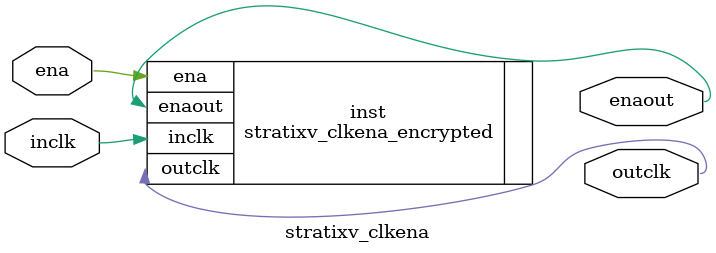
<source format=v>
module    stratixv_clkena    (
    inclk,
    ena,
    enaout,
    outclk);
// leda G_521_3_B off
    parameter    clock_type    =    "auto";
    parameter    ena_register_mode    =    "always enabled";
    parameter    lpm_type    =    "stratixv_clkena";
    parameter    ena_register_power_up    =    "high";
    parameter    disable_mode    =    "low";
    parameter    test_syn    =    "high";
// leda G_521_3_B on
    input    inclk;
    input    ena;
    output    enaout;
    output    outclk;
    stratixv_clkena_encrypted inst (
        .inclk(inclk),
        .ena(ena),
        .enaout(enaout),
        .outclk(outclk) );
    defparam inst.clock_type = clock_type;
    defparam inst.ena_register_mode = ena_register_mode;
    defparam inst.lpm_type = lpm_type;
    defparam inst.ena_register_power_up = ena_register_power_up;
    defparam inst.disable_mode = disable_mode;
    defparam inst.test_syn = test_syn;
endmodule
</source>
